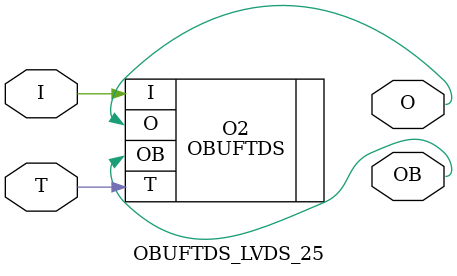
<source format=v>


`timescale  1 ps / 1 ps


module OBUFTDS_LVDS_25 (O, OB, I, T);

    output O, OB;

    input  I, T;

	OBUFTDS #(.IOSTANDARD("LVDS_25")) O2 (.O(O), .I(I), .OB(OB), .T(T));


endmodule



</source>
